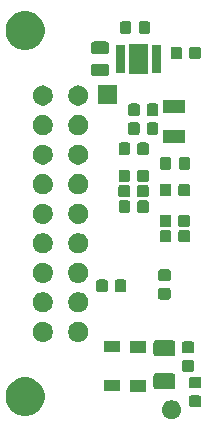
<source format=gbr>
G04 #@! TF.GenerationSoftware,KiCad,Pcbnew,(5.1.4)-1*
G04 #@! TF.CreationDate,2019-12-19T16:51:40-07:00*
G04 #@! TF.ProjectId,CruiseController,43727569-7365-4436-9f6e-74726f6c6c65,rev?*
G04 #@! TF.SameCoordinates,Original*
G04 #@! TF.FileFunction,Soldermask,Top*
G04 #@! TF.FilePolarity,Negative*
%FSLAX46Y46*%
G04 Gerber Fmt 4.6, Leading zero omitted, Abs format (unit mm)*
G04 Created by KiCad (PCBNEW (5.1.4)-1) date 2019-12-19 16:51:40*
%MOMM*%
%LPD*%
G04 APERTURE LIST*
%ADD10C,0.100000*%
G04 APERTURE END LIST*
D10*
G36*
X118530476Y-104809261D02*
G01*
X118633645Y-104829782D01*
X118719036Y-104865153D01*
X118779416Y-104890163D01*
X118779417Y-104890164D01*
X118910607Y-104977821D01*
X119022179Y-105089393D01*
X119066007Y-105154988D01*
X119109837Y-105220584D01*
X119124071Y-105254948D01*
X119170218Y-105366355D01*
X119201000Y-105521109D01*
X119201000Y-105678891D01*
X119170218Y-105833645D01*
X119134847Y-105919036D01*
X119109837Y-105979416D01*
X119109836Y-105979417D01*
X119037584Y-106087552D01*
X119022178Y-106110608D01*
X118910608Y-106222178D01*
X118779416Y-106309837D01*
X118719036Y-106334847D01*
X118633645Y-106370218D01*
X118530476Y-106390739D01*
X118478892Y-106401000D01*
X118321108Y-106401000D01*
X118269524Y-106390739D01*
X118166355Y-106370218D01*
X118080964Y-106334847D01*
X118020584Y-106309837D01*
X117889392Y-106222178D01*
X117777822Y-106110608D01*
X117762417Y-106087552D01*
X117690164Y-105979417D01*
X117690163Y-105979416D01*
X117665153Y-105919036D01*
X117629782Y-105833645D01*
X117599000Y-105678891D01*
X117599000Y-105521109D01*
X117629782Y-105366355D01*
X117675929Y-105254948D01*
X117690163Y-105220584D01*
X117733992Y-105154988D01*
X117777821Y-105089393D01*
X117889393Y-104977821D01*
X118020583Y-104890164D01*
X118020584Y-104890163D01*
X118080964Y-104865153D01*
X118166355Y-104829782D01*
X118269524Y-104809261D01*
X118321108Y-104799000D01*
X118478892Y-104799000D01*
X118530476Y-104809261D01*
X118530476Y-104809261D01*
G37*
G36*
X106481579Y-102912447D02*
G01*
X106782042Y-103036903D01*
X107052451Y-103217585D01*
X107282415Y-103447549D01*
X107463097Y-103717958D01*
X107587553Y-104018421D01*
X107651000Y-104337391D01*
X107651000Y-104662609D01*
X107587553Y-104981579D01*
X107463097Y-105282042D01*
X107282415Y-105552451D01*
X107052451Y-105782415D01*
X106782042Y-105963097D01*
X106481579Y-106087553D01*
X106162609Y-106151000D01*
X105837391Y-106151000D01*
X105518421Y-106087553D01*
X105217958Y-105963097D01*
X104947549Y-105782415D01*
X104717585Y-105552451D01*
X104536903Y-105282042D01*
X104412447Y-104981579D01*
X104349000Y-104662609D01*
X104349000Y-104337391D01*
X104412447Y-104018421D01*
X104536903Y-103717958D01*
X104717585Y-103447549D01*
X104947549Y-103217585D01*
X105217958Y-103036903D01*
X105518421Y-102912447D01*
X105837391Y-102849000D01*
X106162609Y-102849000D01*
X106481579Y-102912447D01*
X106481579Y-102912447D01*
G37*
G36*
X120769552Y-104390707D02*
G01*
X120805898Y-104401732D01*
X120839401Y-104419640D01*
X120868763Y-104443737D01*
X120892860Y-104473099D01*
X120910768Y-104506602D01*
X120921793Y-104542948D01*
X120926000Y-104585658D01*
X120926000Y-105164342D01*
X120921793Y-105207052D01*
X120910768Y-105243398D01*
X120892860Y-105276901D01*
X120868763Y-105306263D01*
X120839401Y-105330360D01*
X120805898Y-105348268D01*
X120769552Y-105359293D01*
X120726842Y-105363500D01*
X120073158Y-105363500D01*
X120030448Y-105359293D01*
X119994102Y-105348268D01*
X119960599Y-105330360D01*
X119931237Y-105306263D01*
X119907140Y-105276901D01*
X119889232Y-105243398D01*
X119878207Y-105207052D01*
X119874000Y-105164342D01*
X119874000Y-104585658D01*
X119878207Y-104542948D01*
X119889232Y-104506602D01*
X119907140Y-104473099D01*
X119931237Y-104443737D01*
X119960599Y-104419640D01*
X119994102Y-104401732D01*
X120030448Y-104390707D01*
X120073158Y-104386500D01*
X120726842Y-104386500D01*
X120769552Y-104390707D01*
X120769552Y-104390707D01*
G37*
G36*
X116201000Y-104101000D02*
G01*
X114899000Y-104101000D01*
X114899000Y-103099000D01*
X116201000Y-103099000D01*
X116201000Y-104101000D01*
X116201000Y-104101000D01*
G37*
G36*
X114001000Y-104051000D02*
G01*
X112699000Y-104051000D01*
X112699000Y-103049000D01*
X114001000Y-103049000D01*
X114001000Y-104051000D01*
X114001000Y-104051000D01*
G37*
G36*
X118556554Y-102528518D02*
G01*
X118595931Y-102540463D01*
X118632226Y-102559863D01*
X118664033Y-102585967D01*
X118690137Y-102617774D01*
X118709537Y-102654069D01*
X118721482Y-102693446D01*
X118726000Y-102739317D01*
X118726000Y-103660683D01*
X118721482Y-103706554D01*
X118709537Y-103745931D01*
X118690137Y-103782226D01*
X118664033Y-103814033D01*
X118632226Y-103840137D01*
X118595931Y-103859537D01*
X118556554Y-103871482D01*
X118510683Y-103876000D01*
X117089317Y-103876000D01*
X117043446Y-103871482D01*
X117004069Y-103859537D01*
X116967774Y-103840137D01*
X116935967Y-103814033D01*
X116909863Y-103782226D01*
X116890463Y-103745931D01*
X116878518Y-103706554D01*
X116874000Y-103660683D01*
X116874000Y-102739317D01*
X116878518Y-102693446D01*
X116890463Y-102654069D01*
X116909863Y-102617774D01*
X116935967Y-102585967D01*
X116967774Y-102559863D01*
X117004069Y-102540463D01*
X117043446Y-102528518D01*
X117089317Y-102524000D01*
X118510683Y-102524000D01*
X118556554Y-102528518D01*
X118556554Y-102528518D01*
G37*
G36*
X120769552Y-102815707D02*
G01*
X120805898Y-102826732D01*
X120839401Y-102844640D01*
X120868763Y-102868737D01*
X120892860Y-102898099D01*
X120910768Y-102931602D01*
X120921793Y-102967948D01*
X120926000Y-103010658D01*
X120926000Y-103589342D01*
X120921793Y-103632052D01*
X120910768Y-103668398D01*
X120892860Y-103701901D01*
X120868763Y-103731263D01*
X120839401Y-103755360D01*
X120805898Y-103773268D01*
X120769552Y-103784293D01*
X120726842Y-103788500D01*
X120073158Y-103788500D01*
X120030448Y-103784293D01*
X119994102Y-103773268D01*
X119960599Y-103755360D01*
X119931237Y-103731263D01*
X119907140Y-103701901D01*
X119889232Y-103668398D01*
X119878207Y-103632052D01*
X119874000Y-103589342D01*
X119874000Y-103010658D01*
X119878207Y-102967948D01*
X119889232Y-102931602D01*
X119907140Y-102898099D01*
X119931237Y-102868737D01*
X119960599Y-102844640D01*
X119994102Y-102826732D01*
X120030448Y-102815707D01*
X120073158Y-102811500D01*
X120726842Y-102811500D01*
X120769552Y-102815707D01*
X120769552Y-102815707D01*
G37*
G36*
X120169552Y-101403207D02*
G01*
X120205898Y-101414232D01*
X120239401Y-101432140D01*
X120268763Y-101456237D01*
X120292860Y-101485599D01*
X120310768Y-101519102D01*
X120321793Y-101555448D01*
X120326000Y-101598158D01*
X120326000Y-102176842D01*
X120321793Y-102219552D01*
X120310768Y-102255898D01*
X120292860Y-102289401D01*
X120268763Y-102318763D01*
X120239401Y-102342860D01*
X120205898Y-102360768D01*
X120169552Y-102371793D01*
X120126842Y-102376000D01*
X119473158Y-102376000D01*
X119430448Y-102371793D01*
X119394102Y-102360768D01*
X119360599Y-102342860D01*
X119331237Y-102318763D01*
X119307140Y-102289401D01*
X119289232Y-102255898D01*
X119278207Y-102219552D01*
X119274000Y-102176842D01*
X119274000Y-101598158D01*
X119278207Y-101555448D01*
X119289232Y-101519102D01*
X119307140Y-101485599D01*
X119331237Y-101456237D01*
X119360599Y-101432140D01*
X119394102Y-101414232D01*
X119430448Y-101403207D01*
X119473158Y-101399000D01*
X120126842Y-101399000D01*
X120169552Y-101403207D01*
X120169552Y-101403207D01*
G37*
G36*
X118556554Y-99728518D02*
G01*
X118595931Y-99740463D01*
X118632226Y-99759863D01*
X118664033Y-99785967D01*
X118690137Y-99817774D01*
X118709537Y-99854069D01*
X118721482Y-99893446D01*
X118726000Y-99939317D01*
X118726000Y-100860683D01*
X118721482Y-100906554D01*
X118709537Y-100945931D01*
X118690137Y-100982226D01*
X118664033Y-101014033D01*
X118632226Y-101040137D01*
X118595931Y-101059537D01*
X118556554Y-101071482D01*
X118510683Y-101076000D01*
X117089317Y-101076000D01*
X117043446Y-101071482D01*
X117004069Y-101059537D01*
X116967774Y-101040137D01*
X116935967Y-101014033D01*
X116909863Y-100982226D01*
X116890463Y-100945931D01*
X116878518Y-100906554D01*
X116874000Y-100860683D01*
X116874000Y-99939317D01*
X116878518Y-99893446D01*
X116890463Y-99854069D01*
X116909863Y-99817774D01*
X116935967Y-99785967D01*
X116967774Y-99759863D01*
X117004069Y-99740463D01*
X117043446Y-99728518D01*
X117089317Y-99724000D01*
X118510683Y-99724000D01*
X118556554Y-99728518D01*
X118556554Y-99728518D01*
G37*
G36*
X116201000Y-100801000D02*
G01*
X114899000Y-100801000D01*
X114899000Y-99799000D01*
X116201000Y-99799000D01*
X116201000Y-100801000D01*
X116201000Y-100801000D01*
G37*
G36*
X120169552Y-99828207D02*
G01*
X120205898Y-99839232D01*
X120239401Y-99857140D01*
X120268763Y-99881237D01*
X120292860Y-99910599D01*
X120310768Y-99944102D01*
X120321793Y-99980448D01*
X120326000Y-100023158D01*
X120326000Y-100601842D01*
X120321793Y-100644552D01*
X120310768Y-100680898D01*
X120292860Y-100714401D01*
X120268763Y-100743763D01*
X120239401Y-100767860D01*
X120205898Y-100785768D01*
X120169552Y-100796793D01*
X120126842Y-100801000D01*
X119473158Y-100801000D01*
X119430448Y-100796793D01*
X119394102Y-100785768D01*
X119360599Y-100767860D01*
X119331237Y-100743763D01*
X119307140Y-100714401D01*
X119289232Y-100680898D01*
X119278207Y-100644552D01*
X119274000Y-100601842D01*
X119274000Y-100023158D01*
X119278207Y-99980448D01*
X119289232Y-99944102D01*
X119307140Y-99910599D01*
X119331237Y-99881237D01*
X119360599Y-99857140D01*
X119394102Y-99839232D01*
X119430448Y-99828207D01*
X119473158Y-99824000D01*
X120126842Y-99824000D01*
X120169552Y-99828207D01*
X120169552Y-99828207D01*
G37*
G36*
X114001000Y-100751000D02*
G01*
X112699000Y-100751000D01*
X112699000Y-99749000D01*
X114001000Y-99749000D01*
X114001000Y-100751000D01*
X114001000Y-100751000D01*
G37*
G36*
X110649581Y-98162081D02*
G01*
X110748228Y-98181703D01*
X110903100Y-98245853D01*
X111042481Y-98338985D01*
X111161015Y-98457519D01*
X111254147Y-98596900D01*
X111318297Y-98751772D01*
X111351000Y-98916184D01*
X111351000Y-99083816D01*
X111318297Y-99248228D01*
X111254147Y-99403100D01*
X111161015Y-99542481D01*
X111042481Y-99661015D01*
X110903100Y-99754147D01*
X110748228Y-99818297D01*
X110649581Y-99837919D01*
X110583818Y-99851000D01*
X110416182Y-99851000D01*
X110350419Y-99837919D01*
X110251772Y-99818297D01*
X110096900Y-99754147D01*
X109957519Y-99661015D01*
X109838985Y-99542481D01*
X109745853Y-99403100D01*
X109681703Y-99248228D01*
X109649000Y-99083816D01*
X109649000Y-98916184D01*
X109681703Y-98751772D01*
X109745853Y-98596900D01*
X109838985Y-98457519D01*
X109957519Y-98338985D01*
X110096900Y-98245853D01*
X110251772Y-98181703D01*
X110350419Y-98162081D01*
X110416182Y-98149000D01*
X110583818Y-98149000D01*
X110649581Y-98162081D01*
X110649581Y-98162081D01*
G37*
G36*
X107649581Y-98162081D02*
G01*
X107748228Y-98181703D01*
X107903100Y-98245853D01*
X108042481Y-98338985D01*
X108161015Y-98457519D01*
X108254147Y-98596900D01*
X108318297Y-98751772D01*
X108351000Y-98916184D01*
X108351000Y-99083816D01*
X108318297Y-99248228D01*
X108254147Y-99403100D01*
X108161015Y-99542481D01*
X108042481Y-99661015D01*
X107903100Y-99754147D01*
X107748228Y-99818297D01*
X107649581Y-99837919D01*
X107583818Y-99851000D01*
X107416182Y-99851000D01*
X107350419Y-99837919D01*
X107251772Y-99818297D01*
X107096900Y-99754147D01*
X106957519Y-99661015D01*
X106838985Y-99542481D01*
X106745853Y-99403100D01*
X106681703Y-99248228D01*
X106649000Y-99083816D01*
X106649000Y-98916184D01*
X106681703Y-98751772D01*
X106745853Y-98596900D01*
X106838985Y-98457519D01*
X106957519Y-98338985D01*
X107096900Y-98245853D01*
X107251772Y-98181703D01*
X107350419Y-98162081D01*
X107416182Y-98149000D01*
X107583818Y-98149000D01*
X107649581Y-98162081D01*
X107649581Y-98162081D01*
G37*
G36*
X110649581Y-95662081D02*
G01*
X110748228Y-95681703D01*
X110903100Y-95745853D01*
X111042481Y-95838985D01*
X111161015Y-95957519D01*
X111254147Y-96096900D01*
X111318297Y-96251772D01*
X111351000Y-96416184D01*
X111351000Y-96583816D01*
X111318297Y-96748228D01*
X111254147Y-96903100D01*
X111161015Y-97042481D01*
X111042481Y-97161015D01*
X110903100Y-97254147D01*
X110748228Y-97318297D01*
X110649581Y-97337919D01*
X110583818Y-97351000D01*
X110416182Y-97351000D01*
X110350419Y-97337919D01*
X110251772Y-97318297D01*
X110096900Y-97254147D01*
X109957519Y-97161015D01*
X109838985Y-97042481D01*
X109745853Y-96903100D01*
X109681703Y-96748228D01*
X109649000Y-96583816D01*
X109649000Y-96416184D01*
X109681703Y-96251772D01*
X109745853Y-96096900D01*
X109838985Y-95957519D01*
X109957519Y-95838985D01*
X110096900Y-95745853D01*
X110251772Y-95681703D01*
X110350419Y-95662081D01*
X110416182Y-95649000D01*
X110583818Y-95649000D01*
X110649581Y-95662081D01*
X110649581Y-95662081D01*
G37*
G36*
X107649581Y-95662081D02*
G01*
X107748228Y-95681703D01*
X107903100Y-95745853D01*
X108042481Y-95838985D01*
X108161015Y-95957519D01*
X108254147Y-96096900D01*
X108318297Y-96251772D01*
X108351000Y-96416184D01*
X108351000Y-96583816D01*
X108318297Y-96748228D01*
X108254147Y-96903100D01*
X108161015Y-97042481D01*
X108042481Y-97161015D01*
X107903100Y-97254147D01*
X107748228Y-97318297D01*
X107649581Y-97337919D01*
X107583818Y-97351000D01*
X107416182Y-97351000D01*
X107350419Y-97337919D01*
X107251772Y-97318297D01*
X107096900Y-97254147D01*
X106957519Y-97161015D01*
X106838985Y-97042481D01*
X106745853Y-96903100D01*
X106681703Y-96748228D01*
X106649000Y-96583816D01*
X106649000Y-96416184D01*
X106681703Y-96251772D01*
X106745853Y-96096900D01*
X106838985Y-95957519D01*
X106957519Y-95838985D01*
X107096900Y-95745853D01*
X107251772Y-95681703D01*
X107350419Y-95662081D01*
X107416182Y-95649000D01*
X107583818Y-95649000D01*
X107649581Y-95662081D01*
X107649581Y-95662081D01*
G37*
G36*
X118169552Y-95303207D02*
G01*
X118205898Y-95314232D01*
X118239401Y-95332140D01*
X118268763Y-95356237D01*
X118292860Y-95385599D01*
X118310768Y-95419102D01*
X118321793Y-95455448D01*
X118326000Y-95498158D01*
X118326000Y-96076842D01*
X118321793Y-96119552D01*
X118310768Y-96155898D01*
X118292860Y-96189401D01*
X118268763Y-96218763D01*
X118239401Y-96242860D01*
X118205898Y-96260768D01*
X118169552Y-96271793D01*
X118126842Y-96276000D01*
X117473158Y-96276000D01*
X117430448Y-96271793D01*
X117394102Y-96260768D01*
X117360599Y-96242860D01*
X117331237Y-96218763D01*
X117307140Y-96189401D01*
X117289232Y-96155898D01*
X117278207Y-96119552D01*
X117274000Y-96076842D01*
X117274000Y-95498158D01*
X117278207Y-95455448D01*
X117289232Y-95419102D01*
X117307140Y-95385599D01*
X117331237Y-95356237D01*
X117360599Y-95332140D01*
X117394102Y-95314232D01*
X117430448Y-95303207D01*
X117473158Y-95299000D01*
X118126842Y-95299000D01*
X118169552Y-95303207D01*
X118169552Y-95303207D01*
G37*
G36*
X114419552Y-94578207D02*
G01*
X114455898Y-94589232D01*
X114489401Y-94607140D01*
X114518763Y-94631237D01*
X114542860Y-94660599D01*
X114560768Y-94694102D01*
X114571793Y-94730448D01*
X114576000Y-94773158D01*
X114576000Y-95426842D01*
X114571793Y-95469552D01*
X114560768Y-95505898D01*
X114542860Y-95539401D01*
X114518763Y-95568763D01*
X114489401Y-95592860D01*
X114455898Y-95610768D01*
X114419552Y-95621793D01*
X114376842Y-95626000D01*
X113798158Y-95626000D01*
X113755448Y-95621793D01*
X113719102Y-95610768D01*
X113685599Y-95592860D01*
X113656237Y-95568763D01*
X113632140Y-95539401D01*
X113614232Y-95505898D01*
X113603207Y-95469552D01*
X113599000Y-95426842D01*
X113599000Y-94773158D01*
X113603207Y-94730448D01*
X113614232Y-94694102D01*
X113632140Y-94660599D01*
X113656237Y-94631237D01*
X113685599Y-94607140D01*
X113719102Y-94589232D01*
X113755448Y-94578207D01*
X113798158Y-94574000D01*
X114376842Y-94574000D01*
X114419552Y-94578207D01*
X114419552Y-94578207D01*
G37*
G36*
X112844552Y-94578207D02*
G01*
X112880898Y-94589232D01*
X112914401Y-94607140D01*
X112943763Y-94631237D01*
X112967860Y-94660599D01*
X112985768Y-94694102D01*
X112996793Y-94730448D01*
X113001000Y-94773158D01*
X113001000Y-95426842D01*
X112996793Y-95469552D01*
X112985768Y-95505898D01*
X112967860Y-95539401D01*
X112943763Y-95568763D01*
X112914401Y-95592860D01*
X112880898Y-95610768D01*
X112844552Y-95621793D01*
X112801842Y-95626000D01*
X112223158Y-95626000D01*
X112180448Y-95621793D01*
X112144102Y-95610768D01*
X112110599Y-95592860D01*
X112081237Y-95568763D01*
X112057140Y-95539401D01*
X112039232Y-95505898D01*
X112028207Y-95469552D01*
X112024000Y-95426842D01*
X112024000Y-94773158D01*
X112028207Y-94730448D01*
X112039232Y-94694102D01*
X112057140Y-94660599D01*
X112081237Y-94631237D01*
X112110599Y-94607140D01*
X112144102Y-94589232D01*
X112180448Y-94578207D01*
X112223158Y-94574000D01*
X112801842Y-94574000D01*
X112844552Y-94578207D01*
X112844552Y-94578207D01*
G37*
G36*
X110649581Y-93162081D02*
G01*
X110748228Y-93181703D01*
X110903100Y-93245853D01*
X111042481Y-93338985D01*
X111161015Y-93457519D01*
X111254147Y-93596900D01*
X111318297Y-93751772D01*
X111329998Y-93810599D01*
X111342765Y-93874780D01*
X111351000Y-93916184D01*
X111351000Y-94083816D01*
X111318297Y-94248228D01*
X111254147Y-94403100D01*
X111161015Y-94542481D01*
X111042481Y-94661015D01*
X110903100Y-94754147D01*
X110748228Y-94818297D01*
X110649581Y-94837919D01*
X110583818Y-94851000D01*
X110416182Y-94851000D01*
X110350419Y-94837919D01*
X110251772Y-94818297D01*
X110096900Y-94754147D01*
X109957519Y-94661015D01*
X109838985Y-94542481D01*
X109745853Y-94403100D01*
X109681703Y-94248228D01*
X109649000Y-94083816D01*
X109649000Y-93916184D01*
X109657236Y-93874780D01*
X109670002Y-93810599D01*
X109681703Y-93751772D01*
X109745853Y-93596900D01*
X109838985Y-93457519D01*
X109957519Y-93338985D01*
X110096900Y-93245853D01*
X110251772Y-93181703D01*
X110350419Y-93162081D01*
X110416182Y-93149000D01*
X110583818Y-93149000D01*
X110649581Y-93162081D01*
X110649581Y-93162081D01*
G37*
G36*
X107649581Y-93162081D02*
G01*
X107748228Y-93181703D01*
X107903100Y-93245853D01*
X108042481Y-93338985D01*
X108161015Y-93457519D01*
X108254147Y-93596900D01*
X108318297Y-93751772D01*
X108329998Y-93810599D01*
X108342765Y-93874780D01*
X108351000Y-93916184D01*
X108351000Y-94083816D01*
X108318297Y-94248228D01*
X108254147Y-94403100D01*
X108161015Y-94542481D01*
X108042481Y-94661015D01*
X107903100Y-94754147D01*
X107748228Y-94818297D01*
X107649581Y-94837919D01*
X107583818Y-94851000D01*
X107416182Y-94851000D01*
X107350419Y-94837919D01*
X107251772Y-94818297D01*
X107096900Y-94754147D01*
X106957519Y-94661015D01*
X106838985Y-94542481D01*
X106745853Y-94403100D01*
X106681703Y-94248228D01*
X106649000Y-94083816D01*
X106649000Y-93916184D01*
X106657236Y-93874780D01*
X106670002Y-93810599D01*
X106681703Y-93751772D01*
X106745853Y-93596900D01*
X106838985Y-93457519D01*
X106957519Y-93338985D01*
X107096900Y-93245853D01*
X107251772Y-93181703D01*
X107350419Y-93162081D01*
X107416182Y-93149000D01*
X107583818Y-93149000D01*
X107649581Y-93162081D01*
X107649581Y-93162081D01*
G37*
G36*
X118169552Y-93728207D02*
G01*
X118205898Y-93739232D01*
X118239401Y-93757140D01*
X118268763Y-93781237D01*
X118292860Y-93810599D01*
X118310768Y-93844102D01*
X118321793Y-93880448D01*
X118326000Y-93923158D01*
X118326000Y-94501842D01*
X118321793Y-94544552D01*
X118310768Y-94580898D01*
X118292860Y-94614401D01*
X118268763Y-94643763D01*
X118239401Y-94667860D01*
X118205898Y-94685768D01*
X118169552Y-94696793D01*
X118126842Y-94701000D01*
X117473158Y-94701000D01*
X117430448Y-94696793D01*
X117394102Y-94685768D01*
X117360599Y-94667860D01*
X117331237Y-94643763D01*
X117307140Y-94614401D01*
X117289232Y-94580898D01*
X117278207Y-94544552D01*
X117274000Y-94501842D01*
X117274000Y-93923158D01*
X117278207Y-93880448D01*
X117289232Y-93844102D01*
X117307140Y-93810599D01*
X117331237Y-93781237D01*
X117360599Y-93757140D01*
X117394102Y-93739232D01*
X117430448Y-93728207D01*
X117473158Y-93724000D01*
X118126842Y-93724000D01*
X118169552Y-93728207D01*
X118169552Y-93728207D01*
G37*
G36*
X110649581Y-90662081D02*
G01*
X110748228Y-90681703D01*
X110903100Y-90745853D01*
X111042481Y-90838985D01*
X111161015Y-90957519D01*
X111254147Y-91096900D01*
X111318297Y-91251772D01*
X111335727Y-91339401D01*
X111349255Y-91407408D01*
X111351000Y-91416184D01*
X111351000Y-91583816D01*
X111318297Y-91748228D01*
X111254147Y-91903100D01*
X111161015Y-92042481D01*
X111042481Y-92161015D01*
X110903100Y-92254147D01*
X110748228Y-92318297D01*
X110649581Y-92337919D01*
X110583818Y-92351000D01*
X110416182Y-92351000D01*
X110350419Y-92337919D01*
X110251772Y-92318297D01*
X110096900Y-92254147D01*
X109957519Y-92161015D01*
X109838985Y-92042481D01*
X109745853Y-91903100D01*
X109681703Y-91748228D01*
X109649000Y-91583816D01*
X109649000Y-91416184D01*
X109650746Y-91407408D01*
X109664273Y-91339401D01*
X109681703Y-91251772D01*
X109745853Y-91096900D01*
X109838985Y-90957519D01*
X109957519Y-90838985D01*
X110096900Y-90745853D01*
X110251772Y-90681703D01*
X110350419Y-90662081D01*
X110416182Y-90649000D01*
X110583818Y-90649000D01*
X110649581Y-90662081D01*
X110649581Y-90662081D01*
G37*
G36*
X107649581Y-90662081D02*
G01*
X107748228Y-90681703D01*
X107903100Y-90745853D01*
X108042481Y-90838985D01*
X108161015Y-90957519D01*
X108254147Y-91096900D01*
X108318297Y-91251772D01*
X108335727Y-91339401D01*
X108349255Y-91407408D01*
X108351000Y-91416184D01*
X108351000Y-91583816D01*
X108318297Y-91748228D01*
X108254147Y-91903100D01*
X108161015Y-92042481D01*
X108042481Y-92161015D01*
X107903100Y-92254147D01*
X107748228Y-92318297D01*
X107649581Y-92337919D01*
X107583818Y-92351000D01*
X107416182Y-92351000D01*
X107350419Y-92337919D01*
X107251772Y-92318297D01*
X107096900Y-92254147D01*
X106957519Y-92161015D01*
X106838985Y-92042481D01*
X106745853Y-91903100D01*
X106681703Y-91748228D01*
X106649000Y-91583816D01*
X106649000Y-91416184D01*
X106650746Y-91407408D01*
X106664273Y-91339401D01*
X106681703Y-91251772D01*
X106745853Y-91096900D01*
X106838985Y-90957519D01*
X106957519Y-90838985D01*
X107096900Y-90745853D01*
X107251772Y-90681703D01*
X107350419Y-90662081D01*
X107416182Y-90649000D01*
X107583818Y-90649000D01*
X107649581Y-90662081D01*
X107649581Y-90662081D01*
G37*
G36*
X119807052Y-90378207D02*
G01*
X119843398Y-90389232D01*
X119876901Y-90407140D01*
X119906263Y-90431237D01*
X119930360Y-90460599D01*
X119948268Y-90494102D01*
X119959293Y-90530448D01*
X119963500Y-90573158D01*
X119963500Y-91226842D01*
X119959293Y-91269552D01*
X119948268Y-91305898D01*
X119930360Y-91339401D01*
X119906263Y-91368763D01*
X119876901Y-91392860D01*
X119843398Y-91410768D01*
X119807052Y-91421793D01*
X119764342Y-91426000D01*
X119185658Y-91426000D01*
X119142948Y-91421793D01*
X119106602Y-91410768D01*
X119073099Y-91392860D01*
X119043737Y-91368763D01*
X119019640Y-91339401D01*
X119001732Y-91305898D01*
X118990707Y-91269552D01*
X118986500Y-91226842D01*
X118986500Y-90573158D01*
X118990707Y-90530448D01*
X119001732Y-90494102D01*
X119019640Y-90460599D01*
X119043737Y-90431237D01*
X119073099Y-90407140D01*
X119106602Y-90389232D01*
X119142948Y-90378207D01*
X119185658Y-90374000D01*
X119764342Y-90374000D01*
X119807052Y-90378207D01*
X119807052Y-90378207D01*
G37*
G36*
X118232052Y-90378207D02*
G01*
X118268398Y-90389232D01*
X118301901Y-90407140D01*
X118331263Y-90431237D01*
X118355360Y-90460599D01*
X118373268Y-90494102D01*
X118384293Y-90530448D01*
X118388500Y-90573158D01*
X118388500Y-91226842D01*
X118384293Y-91269552D01*
X118373268Y-91305898D01*
X118355360Y-91339401D01*
X118331263Y-91368763D01*
X118301901Y-91392860D01*
X118268398Y-91410768D01*
X118232052Y-91421793D01*
X118189342Y-91426000D01*
X117610658Y-91426000D01*
X117567948Y-91421793D01*
X117531602Y-91410768D01*
X117498099Y-91392860D01*
X117468737Y-91368763D01*
X117444640Y-91339401D01*
X117426732Y-91305898D01*
X117415707Y-91269552D01*
X117411500Y-91226842D01*
X117411500Y-90573158D01*
X117415707Y-90530448D01*
X117426732Y-90494102D01*
X117444640Y-90460599D01*
X117468737Y-90431237D01*
X117498099Y-90407140D01*
X117531602Y-90389232D01*
X117567948Y-90378207D01*
X117610658Y-90374000D01*
X118189342Y-90374000D01*
X118232052Y-90378207D01*
X118232052Y-90378207D01*
G37*
G36*
X119807052Y-89078207D02*
G01*
X119843398Y-89089232D01*
X119876901Y-89107140D01*
X119906263Y-89131237D01*
X119930360Y-89160599D01*
X119948268Y-89194102D01*
X119959293Y-89230448D01*
X119963500Y-89273158D01*
X119963500Y-89926842D01*
X119959293Y-89969552D01*
X119948268Y-90005898D01*
X119930360Y-90039401D01*
X119906263Y-90068763D01*
X119876901Y-90092860D01*
X119843398Y-90110768D01*
X119807052Y-90121793D01*
X119764342Y-90126000D01*
X119185658Y-90126000D01*
X119142948Y-90121793D01*
X119106602Y-90110768D01*
X119073099Y-90092860D01*
X119043737Y-90068763D01*
X119019640Y-90039401D01*
X119001732Y-90005898D01*
X118990707Y-89969552D01*
X118986500Y-89926842D01*
X118986500Y-89273158D01*
X118990707Y-89230448D01*
X119001732Y-89194102D01*
X119019640Y-89160599D01*
X119043737Y-89131237D01*
X119073099Y-89107140D01*
X119106602Y-89089232D01*
X119142948Y-89078207D01*
X119185658Y-89074000D01*
X119764342Y-89074000D01*
X119807052Y-89078207D01*
X119807052Y-89078207D01*
G37*
G36*
X118232052Y-89078207D02*
G01*
X118268398Y-89089232D01*
X118301901Y-89107140D01*
X118331263Y-89131237D01*
X118355360Y-89160599D01*
X118373268Y-89194102D01*
X118384293Y-89230448D01*
X118388500Y-89273158D01*
X118388500Y-89926842D01*
X118384293Y-89969552D01*
X118373268Y-90005898D01*
X118355360Y-90039401D01*
X118331263Y-90068763D01*
X118301901Y-90092860D01*
X118268398Y-90110768D01*
X118232052Y-90121793D01*
X118189342Y-90126000D01*
X117610658Y-90126000D01*
X117567948Y-90121793D01*
X117531602Y-90110768D01*
X117498099Y-90092860D01*
X117468737Y-90068763D01*
X117444640Y-90039401D01*
X117426732Y-90005898D01*
X117415707Y-89969552D01*
X117411500Y-89926842D01*
X117411500Y-89273158D01*
X117415707Y-89230448D01*
X117426732Y-89194102D01*
X117444640Y-89160599D01*
X117468737Y-89131237D01*
X117498099Y-89107140D01*
X117531602Y-89089232D01*
X117567948Y-89078207D01*
X117610658Y-89074000D01*
X118189342Y-89074000D01*
X118232052Y-89078207D01*
X118232052Y-89078207D01*
G37*
G36*
X110649581Y-88162081D02*
G01*
X110748228Y-88181703D01*
X110903100Y-88245853D01*
X111042481Y-88338985D01*
X111161015Y-88457519D01*
X111254147Y-88596900D01*
X111318297Y-88751772D01*
X111335727Y-88839401D01*
X111351000Y-88916182D01*
X111351000Y-89083818D01*
X111346361Y-89107140D01*
X111318297Y-89248228D01*
X111254147Y-89403100D01*
X111161015Y-89542481D01*
X111042481Y-89661015D01*
X110903100Y-89754147D01*
X110748228Y-89818297D01*
X110649581Y-89837919D01*
X110583818Y-89851000D01*
X110416182Y-89851000D01*
X110350419Y-89837919D01*
X110251772Y-89818297D01*
X110096900Y-89754147D01*
X109957519Y-89661015D01*
X109838985Y-89542481D01*
X109745853Y-89403100D01*
X109681703Y-89248228D01*
X109653639Y-89107140D01*
X109649000Y-89083818D01*
X109649000Y-88916182D01*
X109664273Y-88839401D01*
X109681703Y-88751772D01*
X109745853Y-88596900D01*
X109838985Y-88457519D01*
X109957519Y-88338985D01*
X110096900Y-88245853D01*
X110251772Y-88181703D01*
X110350419Y-88162081D01*
X110416182Y-88149000D01*
X110583818Y-88149000D01*
X110649581Y-88162081D01*
X110649581Y-88162081D01*
G37*
G36*
X107649581Y-88162081D02*
G01*
X107748228Y-88181703D01*
X107903100Y-88245853D01*
X108042481Y-88338985D01*
X108161015Y-88457519D01*
X108254147Y-88596900D01*
X108318297Y-88751772D01*
X108335727Y-88839401D01*
X108351000Y-88916182D01*
X108351000Y-89083818D01*
X108346361Y-89107140D01*
X108318297Y-89248228D01*
X108254147Y-89403100D01*
X108161015Y-89542481D01*
X108042481Y-89661015D01*
X107903100Y-89754147D01*
X107748228Y-89818297D01*
X107649581Y-89837919D01*
X107583818Y-89851000D01*
X107416182Y-89851000D01*
X107350419Y-89837919D01*
X107251772Y-89818297D01*
X107096900Y-89754147D01*
X106957519Y-89661015D01*
X106838985Y-89542481D01*
X106745853Y-89403100D01*
X106681703Y-89248228D01*
X106653639Y-89107140D01*
X106649000Y-89083818D01*
X106649000Y-88916182D01*
X106664273Y-88839401D01*
X106681703Y-88751772D01*
X106745853Y-88596900D01*
X106838985Y-88457519D01*
X106957519Y-88338985D01*
X107096900Y-88245853D01*
X107251772Y-88181703D01*
X107350419Y-88162081D01*
X107416182Y-88149000D01*
X107583818Y-88149000D01*
X107649581Y-88162081D01*
X107649581Y-88162081D01*
G37*
G36*
X114744552Y-87878207D02*
G01*
X114780898Y-87889232D01*
X114814401Y-87907140D01*
X114843763Y-87931237D01*
X114867860Y-87960599D01*
X114885768Y-87994102D01*
X114896793Y-88030448D01*
X114901000Y-88073158D01*
X114901000Y-88726842D01*
X114896793Y-88769552D01*
X114885768Y-88805898D01*
X114867860Y-88839401D01*
X114843763Y-88868763D01*
X114814401Y-88892860D01*
X114780898Y-88910768D01*
X114744552Y-88921793D01*
X114701842Y-88926000D01*
X114123158Y-88926000D01*
X114080448Y-88921793D01*
X114044102Y-88910768D01*
X114010599Y-88892860D01*
X113981237Y-88868763D01*
X113957140Y-88839401D01*
X113939232Y-88805898D01*
X113928207Y-88769552D01*
X113924000Y-88726842D01*
X113924000Y-88073158D01*
X113928207Y-88030448D01*
X113939232Y-87994102D01*
X113957140Y-87960599D01*
X113981237Y-87931237D01*
X114010599Y-87907140D01*
X114044102Y-87889232D01*
X114080448Y-87878207D01*
X114123158Y-87874000D01*
X114701842Y-87874000D01*
X114744552Y-87878207D01*
X114744552Y-87878207D01*
G37*
G36*
X116319552Y-87878207D02*
G01*
X116355898Y-87889232D01*
X116389401Y-87907140D01*
X116418763Y-87931237D01*
X116442860Y-87960599D01*
X116460768Y-87994102D01*
X116471793Y-88030448D01*
X116476000Y-88073158D01*
X116476000Y-88726842D01*
X116471793Y-88769552D01*
X116460768Y-88805898D01*
X116442860Y-88839401D01*
X116418763Y-88868763D01*
X116389401Y-88892860D01*
X116355898Y-88910768D01*
X116319552Y-88921793D01*
X116276842Y-88926000D01*
X115698158Y-88926000D01*
X115655448Y-88921793D01*
X115619102Y-88910768D01*
X115585599Y-88892860D01*
X115556237Y-88868763D01*
X115532140Y-88839401D01*
X115514232Y-88805898D01*
X115503207Y-88769552D01*
X115499000Y-88726842D01*
X115499000Y-88073158D01*
X115503207Y-88030448D01*
X115514232Y-87994102D01*
X115532140Y-87960599D01*
X115556237Y-87931237D01*
X115585599Y-87907140D01*
X115619102Y-87889232D01*
X115655448Y-87878207D01*
X115698158Y-87874000D01*
X116276842Y-87874000D01*
X116319552Y-87878207D01*
X116319552Y-87878207D01*
G37*
G36*
X116307052Y-86578207D02*
G01*
X116343398Y-86589232D01*
X116376901Y-86607140D01*
X116406263Y-86631237D01*
X116430360Y-86660599D01*
X116448268Y-86694102D01*
X116459293Y-86730448D01*
X116463500Y-86773158D01*
X116463500Y-87426842D01*
X116459293Y-87469552D01*
X116448268Y-87505898D01*
X116430360Y-87539401D01*
X116406263Y-87568763D01*
X116376901Y-87592860D01*
X116343398Y-87610768D01*
X116307052Y-87621793D01*
X116264342Y-87626000D01*
X115685658Y-87626000D01*
X115642948Y-87621793D01*
X115606602Y-87610768D01*
X115573099Y-87592860D01*
X115543737Y-87568763D01*
X115519640Y-87539401D01*
X115501732Y-87505898D01*
X115490707Y-87469552D01*
X115486500Y-87426842D01*
X115486500Y-86773158D01*
X115490707Y-86730448D01*
X115501732Y-86694102D01*
X115519640Y-86660599D01*
X115543737Y-86631237D01*
X115573099Y-86607140D01*
X115606602Y-86589232D01*
X115642948Y-86578207D01*
X115685658Y-86574000D01*
X116264342Y-86574000D01*
X116307052Y-86578207D01*
X116307052Y-86578207D01*
G37*
G36*
X114732052Y-86578207D02*
G01*
X114768398Y-86589232D01*
X114801901Y-86607140D01*
X114831263Y-86631237D01*
X114855360Y-86660599D01*
X114873268Y-86694102D01*
X114884293Y-86730448D01*
X114888500Y-86773158D01*
X114888500Y-87426842D01*
X114884293Y-87469552D01*
X114873268Y-87505898D01*
X114855360Y-87539401D01*
X114831263Y-87568763D01*
X114801901Y-87592860D01*
X114768398Y-87610768D01*
X114732052Y-87621793D01*
X114689342Y-87626000D01*
X114110658Y-87626000D01*
X114067948Y-87621793D01*
X114031602Y-87610768D01*
X113998099Y-87592860D01*
X113968737Y-87568763D01*
X113944640Y-87539401D01*
X113926732Y-87505898D01*
X113915707Y-87469552D01*
X113911500Y-87426842D01*
X113911500Y-86773158D01*
X113915707Y-86730448D01*
X113926732Y-86694102D01*
X113944640Y-86660599D01*
X113968737Y-86631237D01*
X113998099Y-86607140D01*
X114031602Y-86589232D01*
X114067948Y-86578207D01*
X114110658Y-86574000D01*
X114689342Y-86574000D01*
X114732052Y-86578207D01*
X114732052Y-86578207D01*
G37*
G36*
X119807052Y-86478207D02*
G01*
X119843398Y-86489232D01*
X119876901Y-86507140D01*
X119906263Y-86531237D01*
X119930360Y-86560599D01*
X119948268Y-86594102D01*
X119959293Y-86630448D01*
X119963500Y-86673158D01*
X119963500Y-87326842D01*
X119959293Y-87369552D01*
X119948268Y-87405898D01*
X119930360Y-87439401D01*
X119906263Y-87468763D01*
X119876901Y-87492860D01*
X119843398Y-87510768D01*
X119807052Y-87521793D01*
X119764342Y-87526000D01*
X119185658Y-87526000D01*
X119142948Y-87521793D01*
X119106602Y-87510768D01*
X119073099Y-87492860D01*
X119043737Y-87468763D01*
X119019640Y-87439401D01*
X119001732Y-87405898D01*
X118990707Y-87369552D01*
X118986500Y-87326842D01*
X118986500Y-86673158D01*
X118990707Y-86630448D01*
X119001732Y-86594102D01*
X119019640Y-86560599D01*
X119043737Y-86531237D01*
X119073099Y-86507140D01*
X119106602Y-86489232D01*
X119142948Y-86478207D01*
X119185658Y-86474000D01*
X119764342Y-86474000D01*
X119807052Y-86478207D01*
X119807052Y-86478207D01*
G37*
G36*
X118232052Y-86478207D02*
G01*
X118268398Y-86489232D01*
X118301901Y-86507140D01*
X118331263Y-86531237D01*
X118355360Y-86560599D01*
X118373268Y-86594102D01*
X118384293Y-86630448D01*
X118388500Y-86673158D01*
X118388500Y-87326842D01*
X118384293Y-87369552D01*
X118373268Y-87405898D01*
X118355360Y-87439401D01*
X118331263Y-87468763D01*
X118301901Y-87492860D01*
X118268398Y-87510768D01*
X118232052Y-87521793D01*
X118189342Y-87526000D01*
X117610658Y-87526000D01*
X117567948Y-87521793D01*
X117531602Y-87510768D01*
X117498099Y-87492860D01*
X117468737Y-87468763D01*
X117444640Y-87439401D01*
X117426732Y-87405898D01*
X117415707Y-87369552D01*
X117411500Y-87326842D01*
X117411500Y-86673158D01*
X117415707Y-86630448D01*
X117426732Y-86594102D01*
X117444640Y-86560599D01*
X117468737Y-86531237D01*
X117498099Y-86507140D01*
X117531602Y-86489232D01*
X117567948Y-86478207D01*
X117610658Y-86474000D01*
X118189342Y-86474000D01*
X118232052Y-86478207D01*
X118232052Y-86478207D01*
G37*
G36*
X110649581Y-85662081D02*
G01*
X110748228Y-85681703D01*
X110903100Y-85745853D01*
X111042481Y-85838985D01*
X111161015Y-85957519D01*
X111254147Y-86096900D01*
X111318297Y-86251772D01*
X111337919Y-86350419D01*
X111351000Y-86416182D01*
X111351000Y-86583818D01*
X111341568Y-86631237D01*
X111318297Y-86748228D01*
X111254147Y-86903100D01*
X111161015Y-87042481D01*
X111042481Y-87161015D01*
X110903100Y-87254147D01*
X110748228Y-87318297D01*
X110649581Y-87337919D01*
X110583818Y-87351000D01*
X110416182Y-87351000D01*
X110350419Y-87337919D01*
X110251772Y-87318297D01*
X110096900Y-87254147D01*
X109957519Y-87161015D01*
X109838985Y-87042481D01*
X109745853Y-86903100D01*
X109681703Y-86748228D01*
X109658432Y-86631237D01*
X109649000Y-86583818D01*
X109649000Y-86416182D01*
X109662081Y-86350419D01*
X109681703Y-86251772D01*
X109745853Y-86096900D01*
X109838985Y-85957519D01*
X109957519Y-85838985D01*
X110096900Y-85745853D01*
X110251772Y-85681703D01*
X110350419Y-85662081D01*
X110416182Y-85649000D01*
X110583818Y-85649000D01*
X110649581Y-85662081D01*
X110649581Y-85662081D01*
G37*
G36*
X107649581Y-85662081D02*
G01*
X107748228Y-85681703D01*
X107903100Y-85745853D01*
X108042481Y-85838985D01*
X108161015Y-85957519D01*
X108254147Y-86096900D01*
X108318297Y-86251772D01*
X108337919Y-86350419D01*
X108351000Y-86416182D01*
X108351000Y-86583818D01*
X108341568Y-86631237D01*
X108318297Y-86748228D01*
X108254147Y-86903100D01*
X108161015Y-87042481D01*
X108042481Y-87161015D01*
X107903100Y-87254147D01*
X107748228Y-87318297D01*
X107649581Y-87337919D01*
X107583818Y-87351000D01*
X107416182Y-87351000D01*
X107350419Y-87337919D01*
X107251772Y-87318297D01*
X107096900Y-87254147D01*
X106957519Y-87161015D01*
X106838985Y-87042481D01*
X106745853Y-86903100D01*
X106681703Y-86748228D01*
X106658432Y-86631237D01*
X106649000Y-86583818D01*
X106649000Y-86416182D01*
X106662081Y-86350419D01*
X106681703Y-86251772D01*
X106745853Y-86096900D01*
X106838985Y-85957519D01*
X106957519Y-85838985D01*
X107096900Y-85745853D01*
X107251772Y-85681703D01*
X107350419Y-85662081D01*
X107416182Y-85649000D01*
X107583818Y-85649000D01*
X107649581Y-85662081D01*
X107649581Y-85662081D01*
G37*
G36*
X114744552Y-85278207D02*
G01*
X114780898Y-85289232D01*
X114814401Y-85307140D01*
X114843763Y-85331237D01*
X114867860Y-85360599D01*
X114885768Y-85394102D01*
X114896793Y-85430448D01*
X114901000Y-85473158D01*
X114901000Y-86126842D01*
X114896793Y-86169552D01*
X114885768Y-86205898D01*
X114867860Y-86239401D01*
X114843763Y-86268763D01*
X114814401Y-86292860D01*
X114780898Y-86310768D01*
X114744552Y-86321793D01*
X114701842Y-86326000D01*
X114123158Y-86326000D01*
X114080448Y-86321793D01*
X114044102Y-86310768D01*
X114010599Y-86292860D01*
X113981237Y-86268763D01*
X113957140Y-86239401D01*
X113939232Y-86205898D01*
X113928207Y-86169552D01*
X113924000Y-86126842D01*
X113924000Y-85473158D01*
X113928207Y-85430448D01*
X113939232Y-85394102D01*
X113957140Y-85360599D01*
X113981237Y-85331237D01*
X114010599Y-85307140D01*
X114044102Y-85289232D01*
X114080448Y-85278207D01*
X114123158Y-85274000D01*
X114701842Y-85274000D01*
X114744552Y-85278207D01*
X114744552Y-85278207D01*
G37*
G36*
X116319552Y-85278207D02*
G01*
X116355898Y-85289232D01*
X116389401Y-85307140D01*
X116418763Y-85331237D01*
X116442860Y-85360599D01*
X116460768Y-85394102D01*
X116471793Y-85430448D01*
X116476000Y-85473158D01*
X116476000Y-86126842D01*
X116471793Y-86169552D01*
X116460768Y-86205898D01*
X116442860Y-86239401D01*
X116418763Y-86268763D01*
X116389401Y-86292860D01*
X116355898Y-86310768D01*
X116319552Y-86321793D01*
X116276842Y-86326000D01*
X115698158Y-86326000D01*
X115655448Y-86321793D01*
X115619102Y-86310768D01*
X115585599Y-86292860D01*
X115556237Y-86268763D01*
X115532140Y-86239401D01*
X115514232Y-86205898D01*
X115503207Y-86169552D01*
X115499000Y-86126842D01*
X115499000Y-85473158D01*
X115503207Y-85430448D01*
X115514232Y-85394102D01*
X115532140Y-85360599D01*
X115556237Y-85331237D01*
X115585599Y-85307140D01*
X115619102Y-85289232D01*
X115655448Y-85278207D01*
X115698158Y-85274000D01*
X116276842Y-85274000D01*
X116319552Y-85278207D01*
X116319552Y-85278207D01*
G37*
G36*
X119819552Y-84228207D02*
G01*
X119855898Y-84239232D01*
X119889401Y-84257140D01*
X119918763Y-84281237D01*
X119942860Y-84310599D01*
X119960768Y-84344102D01*
X119971793Y-84380448D01*
X119976000Y-84423158D01*
X119976000Y-85076842D01*
X119971793Y-85119552D01*
X119960768Y-85155898D01*
X119942860Y-85189401D01*
X119918763Y-85218763D01*
X119889401Y-85242860D01*
X119855898Y-85260768D01*
X119819552Y-85271793D01*
X119776842Y-85276000D01*
X119198158Y-85276000D01*
X119155448Y-85271793D01*
X119119102Y-85260768D01*
X119085599Y-85242860D01*
X119056237Y-85218763D01*
X119032140Y-85189401D01*
X119014232Y-85155898D01*
X119003207Y-85119552D01*
X118999000Y-85076842D01*
X118999000Y-84423158D01*
X119003207Y-84380448D01*
X119014232Y-84344102D01*
X119032140Y-84310599D01*
X119056237Y-84281237D01*
X119085599Y-84257140D01*
X119119102Y-84239232D01*
X119155448Y-84228207D01*
X119198158Y-84224000D01*
X119776842Y-84224000D01*
X119819552Y-84228207D01*
X119819552Y-84228207D01*
G37*
G36*
X118244552Y-84228207D02*
G01*
X118280898Y-84239232D01*
X118314401Y-84257140D01*
X118343763Y-84281237D01*
X118367860Y-84310599D01*
X118385768Y-84344102D01*
X118396793Y-84380448D01*
X118401000Y-84423158D01*
X118401000Y-85076842D01*
X118396793Y-85119552D01*
X118385768Y-85155898D01*
X118367860Y-85189401D01*
X118343763Y-85218763D01*
X118314401Y-85242860D01*
X118280898Y-85260768D01*
X118244552Y-85271793D01*
X118201842Y-85276000D01*
X117623158Y-85276000D01*
X117580448Y-85271793D01*
X117544102Y-85260768D01*
X117510599Y-85242860D01*
X117481237Y-85218763D01*
X117457140Y-85189401D01*
X117439232Y-85155898D01*
X117428207Y-85119552D01*
X117424000Y-85076842D01*
X117424000Y-84423158D01*
X117428207Y-84380448D01*
X117439232Y-84344102D01*
X117457140Y-84310599D01*
X117481237Y-84281237D01*
X117510599Y-84257140D01*
X117544102Y-84239232D01*
X117580448Y-84228207D01*
X117623158Y-84224000D01*
X118201842Y-84224000D01*
X118244552Y-84228207D01*
X118244552Y-84228207D01*
G37*
G36*
X107649581Y-83162081D02*
G01*
X107748228Y-83181703D01*
X107903100Y-83245853D01*
X108042481Y-83338985D01*
X108161015Y-83457519D01*
X108254147Y-83596900D01*
X108318297Y-83751772D01*
X108333229Y-83826842D01*
X108341725Y-83869552D01*
X108351000Y-83916184D01*
X108351000Y-84083816D01*
X108318297Y-84248228D01*
X108254147Y-84403100D01*
X108161015Y-84542481D01*
X108042481Y-84661015D01*
X107903100Y-84754147D01*
X107748228Y-84818297D01*
X107649581Y-84837919D01*
X107583818Y-84851000D01*
X107416182Y-84851000D01*
X107350419Y-84837919D01*
X107251772Y-84818297D01*
X107096900Y-84754147D01*
X106957519Y-84661015D01*
X106838985Y-84542481D01*
X106745853Y-84403100D01*
X106681703Y-84248228D01*
X106649000Y-84083816D01*
X106649000Y-83916184D01*
X106658276Y-83869552D01*
X106666771Y-83826842D01*
X106681703Y-83751772D01*
X106745853Y-83596900D01*
X106838985Y-83457519D01*
X106957519Y-83338985D01*
X107096900Y-83245853D01*
X107251772Y-83181703D01*
X107350419Y-83162081D01*
X107416182Y-83149000D01*
X107583818Y-83149000D01*
X107649581Y-83162081D01*
X107649581Y-83162081D01*
G37*
G36*
X110649581Y-83162081D02*
G01*
X110748228Y-83181703D01*
X110903100Y-83245853D01*
X111042481Y-83338985D01*
X111161015Y-83457519D01*
X111254147Y-83596900D01*
X111318297Y-83751772D01*
X111333229Y-83826842D01*
X111341725Y-83869552D01*
X111351000Y-83916184D01*
X111351000Y-84083816D01*
X111318297Y-84248228D01*
X111254147Y-84403100D01*
X111161015Y-84542481D01*
X111042481Y-84661015D01*
X110903100Y-84754147D01*
X110748228Y-84818297D01*
X110649581Y-84837919D01*
X110583818Y-84851000D01*
X110416182Y-84851000D01*
X110350419Y-84837919D01*
X110251772Y-84818297D01*
X110096900Y-84754147D01*
X109957519Y-84661015D01*
X109838985Y-84542481D01*
X109745853Y-84403100D01*
X109681703Y-84248228D01*
X109649000Y-84083816D01*
X109649000Y-83916184D01*
X109658276Y-83869552D01*
X109666771Y-83826842D01*
X109681703Y-83751772D01*
X109745853Y-83596900D01*
X109838985Y-83457519D01*
X109957519Y-83338985D01*
X110096900Y-83245853D01*
X110251772Y-83181703D01*
X110350419Y-83162081D01*
X110416182Y-83149000D01*
X110583818Y-83149000D01*
X110649581Y-83162081D01*
X110649581Y-83162081D01*
G37*
G36*
X116319552Y-82978207D02*
G01*
X116355898Y-82989232D01*
X116389401Y-83007140D01*
X116418763Y-83031237D01*
X116442860Y-83060599D01*
X116460768Y-83094102D01*
X116471793Y-83130448D01*
X116476000Y-83173158D01*
X116476000Y-83826842D01*
X116471793Y-83869552D01*
X116460768Y-83905898D01*
X116442860Y-83939401D01*
X116418763Y-83968763D01*
X116389401Y-83992860D01*
X116355898Y-84010768D01*
X116319552Y-84021793D01*
X116276842Y-84026000D01*
X115698158Y-84026000D01*
X115655448Y-84021793D01*
X115619102Y-84010768D01*
X115585599Y-83992860D01*
X115556237Y-83968763D01*
X115532140Y-83939401D01*
X115514232Y-83905898D01*
X115503207Y-83869552D01*
X115499000Y-83826842D01*
X115499000Y-83173158D01*
X115503207Y-83130448D01*
X115514232Y-83094102D01*
X115532140Y-83060599D01*
X115556237Y-83031237D01*
X115585599Y-83007140D01*
X115619102Y-82989232D01*
X115655448Y-82978207D01*
X115698158Y-82974000D01*
X116276842Y-82974000D01*
X116319552Y-82978207D01*
X116319552Y-82978207D01*
G37*
G36*
X114744552Y-82978207D02*
G01*
X114780898Y-82989232D01*
X114814401Y-83007140D01*
X114843763Y-83031237D01*
X114867860Y-83060599D01*
X114885768Y-83094102D01*
X114896793Y-83130448D01*
X114901000Y-83173158D01*
X114901000Y-83826842D01*
X114896793Y-83869552D01*
X114885768Y-83905898D01*
X114867860Y-83939401D01*
X114843763Y-83968763D01*
X114814401Y-83992860D01*
X114780898Y-84010768D01*
X114744552Y-84021793D01*
X114701842Y-84026000D01*
X114123158Y-84026000D01*
X114080448Y-84021793D01*
X114044102Y-84010768D01*
X114010599Y-83992860D01*
X113981237Y-83968763D01*
X113957140Y-83939401D01*
X113939232Y-83905898D01*
X113928207Y-83869552D01*
X113924000Y-83826842D01*
X113924000Y-83173158D01*
X113928207Y-83130448D01*
X113939232Y-83094102D01*
X113957140Y-83060599D01*
X113981237Y-83031237D01*
X114010599Y-83007140D01*
X114044102Y-82989232D01*
X114080448Y-82978207D01*
X114123158Y-82974000D01*
X114701842Y-82974000D01*
X114744552Y-82978207D01*
X114744552Y-82978207D01*
G37*
G36*
X119551000Y-83001000D02*
G01*
X117649000Y-83001000D01*
X117649000Y-81899000D01*
X119551000Y-81899000D01*
X119551000Y-83001000D01*
X119551000Y-83001000D01*
G37*
G36*
X110649581Y-80662081D02*
G01*
X110748228Y-80681703D01*
X110903100Y-80745853D01*
X111042481Y-80838985D01*
X111161015Y-80957519D01*
X111254147Y-81096900D01*
X111318297Y-81251772D01*
X111351000Y-81416184D01*
X111351000Y-81583816D01*
X111318297Y-81748228D01*
X111254147Y-81903100D01*
X111161015Y-82042481D01*
X111042481Y-82161015D01*
X110903100Y-82254147D01*
X110748228Y-82318297D01*
X110649581Y-82337919D01*
X110583818Y-82351000D01*
X110416182Y-82351000D01*
X110350419Y-82337919D01*
X110251772Y-82318297D01*
X110096900Y-82254147D01*
X109957519Y-82161015D01*
X109838985Y-82042481D01*
X109745853Y-81903100D01*
X109681703Y-81748228D01*
X109649000Y-81583816D01*
X109649000Y-81416184D01*
X109681703Y-81251772D01*
X109745853Y-81096900D01*
X109838985Y-80957519D01*
X109957519Y-80838985D01*
X110096900Y-80745853D01*
X110251772Y-80681703D01*
X110350419Y-80662081D01*
X110416182Y-80649000D01*
X110583818Y-80649000D01*
X110649581Y-80662081D01*
X110649581Y-80662081D01*
G37*
G36*
X107649581Y-80662081D02*
G01*
X107748228Y-80681703D01*
X107903100Y-80745853D01*
X108042481Y-80838985D01*
X108161015Y-80957519D01*
X108254147Y-81096900D01*
X108318297Y-81251772D01*
X108351000Y-81416184D01*
X108351000Y-81583816D01*
X108318297Y-81748228D01*
X108254147Y-81903100D01*
X108161015Y-82042481D01*
X108042481Y-82161015D01*
X107903100Y-82254147D01*
X107748228Y-82318297D01*
X107649581Y-82337919D01*
X107583818Y-82351000D01*
X107416182Y-82351000D01*
X107350419Y-82337919D01*
X107251772Y-82318297D01*
X107096900Y-82254147D01*
X106957519Y-82161015D01*
X106838985Y-82042481D01*
X106745853Y-81903100D01*
X106681703Y-81748228D01*
X106649000Y-81583816D01*
X106649000Y-81416184D01*
X106681703Y-81251772D01*
X106745853Y-81096900D01*
X106838985Y-80957519D01*
X106957519Y-80838985D01*
X107096900Y-80745853D01*
X107251772Y-80681703D01*
X107350419Y-80662081D01*
X107416182Y-80649000D01*
X107583818Y-80649000D01*
X107649581Y-80662081D01*
X107649581Y-80662081D01*
G37*
G36*
X117119552Y-81278207D02*
G01*
X117155898Y-81289232D01*
X117189401Y-81307140D01*
X117218763Y-81331237D01*
X117242860Y-81360599D01*
X117260768Y-81394102D01*
X117271793Y-81430448D01*
X117276000Y-81473158D01*
X117276000Y-82126842D01*
X117271793Y-82169552D01*
X117260768Y-82205898D01*
X117242860Y-82239401D01*
X117218763Y-82268763D01*
X117189401Y-82292860D01*
X117155898Y-82310768D01*
X117119552Y-82321793D01*
X117076842Y-82326000D01*
X116498158Y-82326000D01*
X116455448Y-82321793D01*
X116419102Y-82310768D01*
X116385599Y-82292860D01*
X116356237Y-82268763D01*
X116332140Y-82239401D01*
X116314232Y-82205898D01*
X116303207Y-82169552D01*
X116299000Y-82126842D01*
X116299000Y-81473158D01*
X116303207Y-81430448D01*
X116314232Y-81394102D01*
X116332140Y-81360599D01*
X116356237Y-81331237D01*
X116385599Y-81307140D01*
X116419102Y-81289232D01*
X116455448Y-81278207D01*
X116498158Y-81274000D01*
X117076842Y-81274000D01*
X117119552Y-81278207D01*
X117119552Y-81278207D01*
G37*
G36*
X115544552Y-81278207D02*
G01*
X115580898Y-81289232D01*
X115614401Y-81307140D01*
X115643763Y-81331237D01*
X115667860Y-81360599D01*
X115685768Y-81394102D01*
X115696793Y-81430448D01*
X115701000Y-81473158D01*
X115701000Y-82126842D01*
X115696793Y-82169552D01*
X115685768Y-82205898D01*
X115667860Y-82239401D01*
X115643763Y-82268763D01*
X115614401Y-82292860D01*
X115580898Y-82310768D01*
X115544552Y-82321793D01*
X115501842Y-82326000D01*
X114923158Y-82326000D01*
X114880448Y-82321793D01*
X114844102Y-82310768D01*
X114810599Y-82292860D01*
X114781237Y-82268763D01*
X114757140Y-82239401D01*
X114739232Y-82205898D01*
X114728207Y-82169552D01*
X114724000Y-82126842D01*
X114724000Y-81473158D01*
X114728207Y-81430448D01*
X114739232Y-81394102D01*
X114757140Y-81360599D01*
X114781237Y-81331237D01*
X114810599Y-81307140D01*
X114844102Y-81289232D01*
X114880448Y-81278207D01*
X114923158Y-81274000D01*
X115501842Y-81274000D01*
X115544552Y-81278207D01*
X115544552Y-81278207D01*
G37*
G36*
X117132052Y-79678207D02*
G01*
X117168398Y-79689232D01*
X117201901Y-79707140D01*
X117231263Y-79731237D01*
X117255360Y-79760599D01*
X117273268Y-79794102D01*
X117284293Y-79830448D01*
X117288500Y-79873158D01*
X117288500Y-80526842D01*
X117284293Y-80569552D01*
X117273268Y-80605898D01*
X117255360Y-80639401D01*
X117231263Y-80668763D01*
X117201901Y-80692860D01*
X117168398Y-80710768D01*
X117132052Y-80721793D01*
X117089342Y-80726000D01*
X116510658Y-80726000D01*
X116467948Y-80721793D01*
X116431602Y-80710768D01*
X116398099Y-80692860D01*
X116368737Y-80668763D01*
X116344640Y-80639401D01*
X116326732Y-80605898D01*
X116315707Y-80569552D01*
X116311500Y-80526842D01*
X116311500Y-79873158D01*
X116315707Y-79830448D01*
X116326732Y-79794102D01*
X116344640Y-79760599D01*
X116368737Y-79731237D01*
X116398099Y-79707140D01*
X116431602Y-79689232D01*
X116467948Y-79678207D01*
X116510658Y-79674000D01*
X117089342Y-79674000D01*
X117132052Y-79678207D01*
X117132052Y-79678207D01*
G37*
G36*
X115557052Y-79678207D02*
G01*
X115593398Y-79689232D01*
X115626901Y-79707140D01*
X115656263Y-79731237D01*
X115680360Y-79760599D01*
X115698268Y-79794102D01*
X115709293Y-79830448D01*
X115713500Y-79873158D01*
X115713500Y-80526842D01*
X115709293Y-80569552D01*
X115698268Y-80605898D01*
X115680360Y-80639401D01*
X115656263Y-80668763D01*
X115626901Y-80692860D01*
X115593398Y-80710768D01*
X115557052Y-80721793D01*
X115514342Y-80726000D01*
X114935658Y-80726000D01*
X114892948Y-80721793D01*
X114856602Y-80710768D01*
X114823099Y-80692860D01*
X114793737Y-80668763D01*
X114769640Y-80639401D01*
X114751732Y-80605898D01*
X114740707Y-80569552D01*
X114736500Y-80526842D01*
X114736500Y-79873158D01*
X114740707Y-79830448D01*
X114751732Y-79794102D01*
X114769640Y-79760599D01*
X114793737Y-79731237D01*
X114823099Y-79707140D01*
X114856602Y-79689232D01*
X114892948Y-79678207D01*
X114935658Y-79674000D01*
X115514342Y-79674000D01*
X115557052Y-79678207D01*
X115557052Y-79678207D01*
G37*
G36*
X119551000Y-80501000D02*
G01*
X117649000Y-80501000D01*
X117649000Y-79399000D01*
X119551000Y-79399000D01*
X119551000Y-80501000D01*
X119551000Y-80501000D01*
G37*
G36*
X110649581Y-78162081D02*
G01*
X110748228Y-78181703D01*
X110903100Y-78245853D01*
X111042481Y-78338985D01*
X111161015Y-78457519D01*
X111254147Y-78596900D01*
X111318297Y-78751772D01*
X111351000Y-78916184D01*
X111351000Y-79083816D01*
X111318297Y-79248228D01*
X111254147Y-79403100D01*
X111161015Y-79542481D01*
X111042481Y-79661015D01*
X110903100Y-79754147D01*
X110748228Y-79818297D01*
X110649581Y-79837919D01*
X110583818Y-79851000D01*
X110416182Y-79851000D01*
X110350419Y-79837919D01*
X110251772Y-79818297D01*
X110096900Y-79754147D01*
X109957519Y-79661015D01*
X109838985Y-79542481D01*
X109745853Y-79403100D01*
X109681703Y-79248228D01*
X109649000Y-79083816D01*
X109649000Y-78916184D01*
X109681703Y-78751772D01*
X109745853Y-78596900D01*
X109838985Y-78457519D01*
X109957519Y-78338985D01*
X110096900Y-78245853D01*
X110251772Y-78181703D01*
X110350419Y-78162081D01*
X110416182Y-78149000D01*
X110583818Y-78149000D01*
X110649581Y-78162081D01*
X110649581Y-78162081D01*
G37*
G36*
X107649581Y-78162081D02*
G01*
X107748228Y-78181703D01*
X107903100Y-78245853D01*
X108042481Y-78338985D01*
X108161015Y-78457519D01*
X108254147Y-78596900D01*
X108318297Y-78751772D01*
X108351000Y-78916184D01*
X108351000Y-79083816D01*
X108318297Y-79248228D01*
X108254147Y-79403100D01*
X108161015Y-79542481D01*
X108042481Y-79661015D01*
X107903100Y-79754147D01*
X107748228Y-79818297D01*
X107649581Y-79837919D01*
X107583818Y-79851000D01*
X107416182Y-79851000D01*
X107350419Y-79837919D01*
X107251772Y-79818297D01*
X107096900Y-79754147D01*
X106957519Y-79661015D01*
X106838985Y-79542481D01*
X106745853Y-79403100D01*
X106681703Y-79248228D01*
X106649000Y-79083816D01*
X106649000Y-78916184D01*
X106681703Y-78751772D01*
X106745853Y-78596900D01*
X106838985Y-78457519D01*
X106957519Y-78338985D01*
X107096900Y-78245853D01*
X107251772Y-78181703D01*
X107350419Y-78162081D01*
X107416182Y-78149000D01*
X107583818Y-78149000D01*
X107649581Y-78162081D01*
X107649581Y-78162081D01*
G37*
G36*
X113801000Y-79701000D02*
G01*
X112199000Y-79701000D01*
X112199000Y-78099000D01*
X113801000Y-78099000D01*
X113801000Y-79701000D01*
X113801000Y-79701000D01*
G37*
G36*
X112924432Y-76303688D02*
G01*
X112965469Y-76316136D01*
X113003288Y-76336351D01*
X113036441Y-76363559D01*
X113063649Y-76396712D01*
X113083864Y-76434531D01*
X113096312Y-76475568D01*
X113101000Y-76523167D01*
X113101000Y-77151833D01*
X113096312Y-77199432D01*
X113083864Y-77240469D01*
X113063649Y-77278288D01*
X113036441Y-77311441D01*
X113003288Y-77338649D01*
X112965469Y-77358864D01*
X112924432Y-77371312D01*
X112876833Y-77376000D01*
X111823167Y-77376000D01*
X111775568Y-77371312D01*
X111734531Y-77358864D01*
X111696712Y-77338649D01*
X111663559Y-77311441D01*
X111636351Y-77278288D01*
X111616136Y-77240469D01*
X111603688Y-77199432D01*
X111599000Y-77151833D01*
X111599000Y-76523167D01*
X111603688Y-76475568D01*
X111616136Y-76434531D01*
X111636351Y-76396712D01*
X111663559Y-76363559D01*
X111696712Y-76336351D01*
X111734531Y-76316136D01*
X111775568Y-76303688D01*
X111823167Y-76299000D01*
X112876833Y-76299000D01*
X112924432Y-76303688D01*
X112924432Y-76303688D01*
G37*
G36*
X116426000Y-77151000D02*
G01*
X114774000Y-77151000D01*
X114774000Y-74649000D01*
X116426000Y-74649000D01*
X116426000Y-77151000D01*
X116426000Y-77151000D01*
G37*
G36*
X114426000Y-77101000D02*
G01*
X113674000Y-77101000D01*
X113674000Y-74699000D01*
X114426000Y-74699000D01*
X114426000Y-77101000D01*
X114426000Y-77101000D01*
G37*
G36*
X117526000Y-77101000D02*
G01*
X116774000Y-77101000D01*
X116774000Y-74699000D01*
X117526000Y-74699000D01*
X117526000Y-77101000D01*
X117526000Y-77101000D01*
G37*
G36*
X119144552Y-74878207D02*
G01*
X119180898Y-74889232D01*
X119214401Y-74907140D01*
X119243763Y-74931237D01*
X119267860Y-74960599D01*
X119285768Y-74994102D01*
X119296793Y-75030448D01*
X119301000Y-75073158D01*
X119301000Y-75726842D01*
X119296793Y-75769552D01*
X119285768Y-75805898D01*
X119267860Y-75839401D01*
X119243763Y-75868763D01*
X119214401Y-75892860D01*
X119180898Y-75910768D01*
X119144552Y-75921793D01*
X119101842Y-75926000D01*
X118523158Y-75926000D01*
X118480448Y-75921793D01*
X118444102Y-75910768D01*
X118410599Y-75892860D01*
X118381237Y-75868763D01*
X118357140Y-75839401D01*
X118339232Y-75805898D01*
X118328207Y-75769552D01*
X118324000Y-75726842D01*
X118324000Y-75073158D01*
X118328207Y-75030448D01*
X118339232Y-74994102D01*
X118357140Y-74960599D01*
X118381237Y-74931237D01*
X118410599Y-74907140D01*
X118444102Y-74889232D01*
X118480448Y-74878207D01*
X118523158Y-74874000D01*
X119101842Y-74874000D01*
X119144552Y-74878207D01*
X119144552Y-74878207D01*
G37*
G36*
X120719552Y-74878207D02*
G01*
X120755898Y-74889232D01*
X120789401Y-74907140D01*
X120818763Y-74931237D01*
X120842860Y-74960599D01*
X120860768Y-74994102D01*
X120871793Y-75030448D01*
X120876000Y-75073158D01*
X120876000Y-75726842D01*
X120871793Y-75769552D01*
X120860768Y-75805898D01*
X120842860Y-75839401D01*
X120818763Y-75868763D01*
X120789401Y-75892860D01*
X120755898Y-75910768D01*
X120719552Y-75921793D01*
X120676842Y-75926000D01*
X120098158Y-75926000D01*
X120055448Y-75921793D01*
X120019102Y-75910768D01*
X119985599Y-75892860D01*
X119956237Y-75868763D01*
X119932140Y-75839401D01*
X119914232Y-75805898D01*
X119903207Y-75769552D01*
X119899000Y-75726842D01*
X119899000Y-75073158D01*
X119903207Y-75030448D01*
X119914232Y-74994102D01*
X119932140Y-74960599D01*
X119956237Y-74931237D01*
X119985599Y-74907140D01*
X120019102Y-74889232D01*
X120055448Y-74878207D01*
X120098158Y-74874000D01*
X120676842Y-74874000D01*
X120719552Y-74878207D01*
X120719552Y-74878207D01*
G37*
G36*
X112924432Y-74428688D02*
G01*
X112965469Y-74441136D01*
X113003288Y-74461351D01*
X113036441Y-74488559D01*
X113063649Y-74521712D01*
X113083864Y-74559531D01*
X113096312Y-74600568D01*
X113101000Y-74648167D01*
X113101000Y-75276833D01*
X113096312Y-75324432D01*
X113083864Y-75365469D01*
X113063649Y-75403288D01*
X113036441Y-75436441D01*
X113003288Y-75463649D01*
X112965469Y-75483864D01*
X112924432Y-75496312D01*
X112876833Y-75501000D01*
X111823167Y-75501000D01*
X111775568Y-75496312D01*
X111734531Y-75483864D01*
X111696712Y-75463649D01*
X111663559Y-75436441D01*
X111636351Y-75403288D01*
X111616136Y-75365469D01*
X111603688Y-75324432D01*
X111599000Y-75276833D01*
X111599000Y-74648167D01*
X111603688Y-74600568D01*
X111616136Y-74559531D01*
X111636351Y-74521712D01*
X111663559Y-74488559D01*
X111696712Y-74461351D01*
X111734531Y-74441136D01*
X111775568Y-74428688D01*
X111823167Y-74424000D01*
X112876833Y-74424000D01*
X112924432Y-74428688D01*
X112924432Y-74428688D01*
G37*
G36*
X106481579Y-71912447D02*
G01*
X106782042Y-72036903D01*
X107052451Y-72217585D01*
X107282415Y-72447549D01*
X107463097Y-72717958D01*
X107587553Y-73018421D01*
X107651000Y-73337391D01*
X107651000Y-73662609D01*
X107587553Y-73981579D01*
X107463097Y-74282042D01*
X107282415Y-74552451D01*
X107052451Y-74782415D01*
X106782042Y-74963097D01*
X106481579Y-75087553D01*
X106162609Y-75151000D01*
X105837391Y-75151000D01*
X105518421Y-75087553D01*
X105217958Y-74963097D01*
X104947549Y-74782415D01*
X104717585Y-74552451D01*
X104536903Y-74282042D01*
X104412447Y-73981579D01*
X104349000Y-73662609D01*
X104349000Y-73337391D01*
X104412447Y-73018421D01*
X104536903Y-72717958D01*
X104717585Y-72447549D01*
X104947549Y-72217585D01*
X105217958Y-72036903D01*
X105518421Y-71912447D01*
X105837391Y-71849000D01*
X106162609Y-71849000D01*
X106481579Y-71912447D01*
X106481579Y-71912447D01*
G37*
G36*
X114857052Y-72728207D02*
G01*
X114893398Y-72739232D01*
X114926901Y-72757140D01*
X114956263Y-72781237D01*
X114980360Y-72810599D01*
X114998268Y-72844102D01*
X115009293Y-72880448D01*
X115013500Y-72923158D01*
X115013500Y-73576842D01*
X115009293Y-73619552D01*
X114998268Y-73655898D01*
X114980360Y-73689401D01*
X114956263Y-73718763D01*
X114926901Y-73742860D01*
X114893398Y-73760768D01*
X114857052Y-73771793D01*
X114814342Y-73776000D01*
X114235658Y-73776000D01*
X114192948Y-73771793D01*
X114156602Y-73760768D01*
X114123099Y-73742860D01*
X114093737Y-73718763D01*
X114069640Y-73689401D01*
X114051732Y-73655898D01*
X114040707Y-73619552D01*
X114036500Y-73576842D01*
X114036500Y-72923158D01*
X114040707Y-72880448D01*
X114051732Y-72844102D01*
X114069640Y-72810599D01*
X114093737Y-72781237D01*
X114123099Y-72757140D01*
X114156602Y-72739232D01*
X114192948Y-72728207D01*
X114235658Y-72724000D01*
X114814342Y-72724000D01*
X114857052Y-72728207D01*
X114857052Y-72728207D01*
G37*
G36*
X116432052Y-72728207D02*
G01*
X116468398Y-72739232D01*
X116501901Y-72757140D01*
X116531263Y-72781237D01*
X116555360Y-72810599D01*
X116573268Y-72844102D01*
X116584293Y-72880448D01*
X116588500Y-72923158D01*
X116588500Y-73576842D01*
X116584293Y-73619552D01*
X116573268Y-73655898D01*
X116555360Y-73689401D01*
X116531263Y-73718763D01*
X116501901Y-73742860D01*
X116468398Y-73760768D01*
X116432052Y-73771793D01*
X116389342Y-73776000D01*
X115810658Y-73776000D01*
X115767948Y-73771793D01*
X115731602Y-73760768D01*
X115698099Y-73742860D01*
X115668737Y-73718763D01*
X115644640Y-73689401D01*
X115626732Y-73655898D01*
X115615707Y-73619552D01*
X115611500Y-73576842D01*
X115611500Y-72923158D01*
X115615707Y-72880448D01*
X115626732Y-72844102D01*
X115644640Y-72810599D01*
X115668737Y-72781237D01*
X115698099Y-72757140D01*
X115731602Y-72739232D01*
X115767948Y-72728207D01*
X115810658Y-72724000D01*
X116389342Y-72724000D01*
X116432052Y-72728207D01*
X116432052Y-72728207D01*
G37*
M02*

</source>
